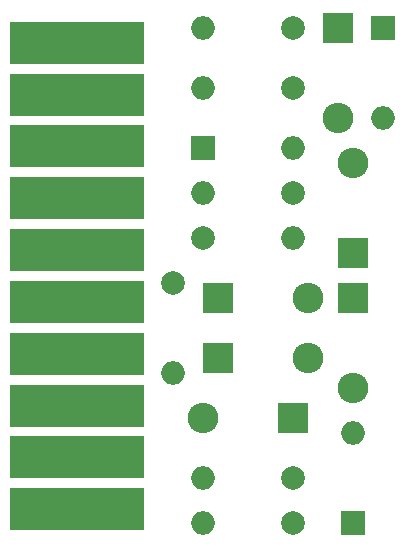
<source format=gbs>
G04 #@! TF.GenerationSoftware,KiCad,Pcbnew,(2017-12-21 revision 23d71cfa9)-makepkg*
G04 #@! TF.CreationDate,2018-06-03T17:48:38-04:00*
G04 #@! TF.ProjectId,OdysseyDaughterCardGateMatrix,4F647973736579446175676874657243,0.1*
G04 #@! TF.SameCoordinates,Original*
G04 #@! TF.FileFunction,Soldermask,Bot*
G04 #@! TF.FilePolarity,Negative*
%FSLAX46Y46*%
G04 Gerber Fmt 4.6, Leading zero omitted, Abs format (unit mm)*
G04 Created by KiCad (PCBNEW (2017-12-21 revision 23d71cfa9)-makepkg) date 06/03/18 17:48:38*
%MOMM*%
%LPD*%
G01*
G04 APERTURE LIST*
%ADD10R,11.400000X3.650000*%
%ADD11R,2.600000X2.600000*%
%ADD12O,2.600000X2.600000*%
%ADD13R,2.000000X2.000000*%
%ADD14O,2.000000X2.000000*%
%ADD15C,2.000000*%
G04 APERTURE END LIST*
D10*
X129000000Y-81250000D03*
X129000000Y-85638888D03*
X129000000Y-90027776D03*
X129000000Y-94416664D03*
X129000000Y-98805552D03*
X129000000Y-103194440D03*
X129000000Y-107583328D03*
X129000000Y-111972216D03*
X129000000Y-116361104D03*
X129000000Y-120749992D03*
D11*
X147320000Y-113030000D03*
D12*
X139700000Y-113030000D03*
X151130000Y-87630000D03*
D11*
X151130000Y-80010000D03*
D13*
X152400000Y-121920000D03*
D14*
X152400000Y-114300000D03*
X154940000Y-87630000D03*
D13*
X154940000Y-80010000D03*
D11*
X140970000Y-107950000D03*
D12*
X148590000Y-107950000D03*
D11*
X152400000Y-99060000D03*
D12*
X152400000Y-91440000D03*
X152400000Y-110490000D03*
D11*
X152400000Y-102870000D03*
D13*
X139700000Y-90170000D03*
D14*
X147320000Y-90170000D03*
D12*
X148590000Y-102870000D03*
D11*
X140970000Y-102870000D03*
D14*
X139700000Y-121920000D03*
D15*
X147320000Y-121920000D03*
X147320000Y-85090000D03*
D14*
X139700000Y-85090000D03*
X139700000Y-118110000D03*
D15*
X147320000Y-118110000D03*
D14*
X139700000Y-80010000D03*
D15*
X147320000Y-80010000D03*
X139700000Y-97790000D03*
D14*
X147320000Y-97790000D03*
D15*
X147320000Y-93980000D03*
D14*
X139700000Y-93980000D03*
X137160000Y-109220000D03*
D15*
X137160000Y-101600000D03*
M02*

</source>
